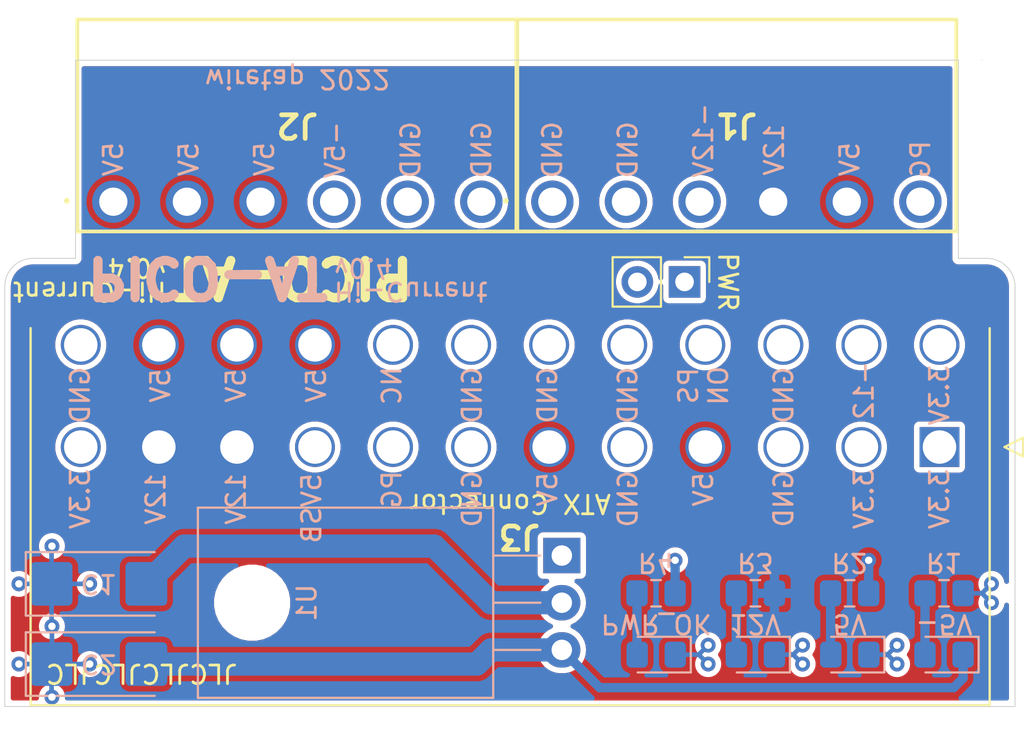
<source format=kicad_pcb>
(kicad_pcb (version 20171130) (host pcbnew "(5.1.6)-1")
  (layers (0 F.Cu signal) (1 In1.Cu signal) (2 In2.Cu signal) (31 B.Cu signal) (34 B.Paste user) (35 F.Paste user) (36 B.SilkS user) (37 F.SilkS user) (38 B.Mask user) (39 F.Mask user) (44 Edge.Cuts user))
  (net 0 "")
  (net 1 /-12V)
  (net 2 /GND)
  (net 3 /-5V)
  (net 4 "Net-(D1-Pad2)")
  (net 5 "Net-(D2-Pad2)")
  (net 6 "Net-(D3-Pad2)")
  (net 7 "Net-(D4-Pad2)")
  (net 8 /12V)
  (net 9 /5V)
  (net 10 /PG)
  (net 11 /3.3V)
  (net 12 /5VSB)
  (net 13 /PS-ON)
  (net 14 "Net-(J3-Pad20)")
  (module Capacitor_Tantalum_SMD:CP_EIA-6032-28_Kemet-C_Pad2.25x2.35mm_HandSolder (layer B.Cu) (at 126.736 115.062)
    (fp_text reference C1 (at -0.01 0 180 unlocked) (layer B.SilkS) (effects (justify mirror)))
    (fp_text value 2.2uF)
    (fp_line (start -3.935 -1.71) (end 3 -1.71) (layer B.SilkS) (width 0.12))
    (fp_line (start -3.935 1.71) (end -3.935 -1.71) (layer B.SilkS) (width 0.12))
    (fp_line (start 3 1.71) (end -3.935 1.71) (layer B.SilkS) (width 0.12))
    (pad 2 smd roundrect (at 2.55 0) (size 2.25 2.35) (layers B.Cu B.Paste B.Mask) (roundrect_rratio 0.111111) (net 1 /-12V))
    (pad 1 smd roundrect (at -2.55 0) (size 2.25 2.35) (layers B.Cu B.Paste B.Mask) (roundrect_rratio 0.111111) (net 2 /GND))
  )
  (module Capacitor_Tantalum_SMD:CP_EIA-6032-28_Kemet-C_Pad2.25x2.35mm_HandSolder (layer B.Cu) (at 126.736 119.38)
    (fp_text reference C2 (at 0 0 180 unlocked) (layer B.SilkS) (effects (justify mirror)))
    (fp_text value 1uF)
    (fp_line (start 3 1.71) (end -3.935 1.71) (layer B.SilkS) (width 0.12))
    (fp_line (start -3.935 1.71) (end -3.935 -1.71) (layer B.SilkS) (width 0.12))
    (fp_line (start -3.935 -1.71) (end 3 -1.71) (layer B.SilkS) (width 0.12))
    (pad 1 smd roundrect (at -2.55 0) (size 2.25 2.35) (layers B.Cu B.Paste B.Mask) (roundrect_rratio 0.111111) (net 2 /GND))
    (pad 2 smd roundrect (at 2.55 0) (size 2.25 2.35) (layers B.Cu B.Paste B.Mask) (roundrect_rratio 0.111111) (net 3 /-5V))
  )
  (module LED_SMD:LED_0805_2012Metric_Pad1.15x1.40mm_HandSolder (layer B.Cu) (at 172.203 118.872 180)
    (fp_text reference -5V (at 0 1.65 180 unlocked) (layer B.SilkS) (effects (justify mirror)))
    (fp_text value LED)
    (fp_line (start 1 0.96) (end -1.86 0.96) (layer B.SilkS) (width 0.12))
    (fp_line (start -1.86 0.96) (end -1.86 -0.96) (layer B.SilkS) (width 0.12))
    (fp_line (start -1.86 -0.96) (end 1 -0.96) (layer B.SilkS) (width 0.12))
    (pad 1 smd roundrect (at -1.025 0 180) (size 1.15 1.4) (layers B.Cu B.Paste B.Mask) (roundrect_rratio 0.217391) (net 3 /-5V))
    (pad 2 smd roundrect (at 1.025 0 180) (size 1.15 1.4) (layers B.Cu B.Paste B.Mask) (roundrect_rratio 0.217391) (net 4 "Net-(D1-Pad2)"))
  )
  (module LED_SMD:LED_0805_2012Metric_Pad1.15x1.40mm_HandSolder (layer B.Cu) (at 167.132 118.872 180)
    (fp_text reference 5V (at 0 1.65 180 unlocked) (layer B.SilkS) (effects (justify mirror)))
    (fp_text value LED)
    (fp_line (start -1.86 -0.96) (end 1 -0.96) (layer B.SilkS) (width 0.12))
    (fp_line (start -1.86 0.96) (end -1.86 -0.96) (layer B.SilkS) (width 0.12))
    (fp_line (start 1 0.96) (end -1.86 0.96) (layer B.SilkS) (width 0.12))
    (pad 2 smd roundrect (at 1.025 0 180) (size 1.15 1.4) (layers B.Cu B.Paste B.Mask) (roundrect_rratio 0.217391) (net 5 "Net-(D2-Pad2)"))
    (pad 1 smd roundrect (at -1.025 0 180) (size 1.15 1.4) (layers B.Cu B.Paste B.Mask) (roundrect_rratio 0.217391) (net 2 /GND))
  )
  (module LED_SMD:LED_0805_2012Metric_Pad1.15x1.40mm_HandSolder (layer B.Cu) (at 162.052 118.872 180)
    (fp_text reference 12V (at 0 1.65 180 unlocked) (layer B.SilkS) (effects (justify mirror)))
    (fp_text value LED)
    (fp_line (start 1 0.96) (end -1.86 0.96) (layer B.SilkS) (width 0.12))
    (fp_line (start -1.86 0.96) (end -1.86 -0.96) (layer B.SilkS) (width 0.12))
    (fp_line (start -1.86 -0.96) (end 1 -0.96) (layer B.SilkS) (width 0.12))
    (pad 1 smd roundrect (at -1.025 0 180) (size 1.15 1.4) (layers B.Cu B.Paste B.Mask) (roundrect_rratio 0.217391) (net 2 /GND))
    (pad 2 smd roundrect (at 1.025 0 180) (size 1.15 1.4) (layers B.Cu B.Paste B.Mask) (roundrect_rratio 0.217391) (net 6 "Net-(D3-Pad2)"))
  )
  (module LED_SMD:LED_0805_2012Metric_Pad1.15x1.40mm_HandSolder (layer B.Cu) (at 156.718 118.872 180)
    (fp_text reference PWR_OK (at 0 1.65 180 unlocked) (layer B.SilkS) (effects (justify mirror)))
    (fp_text value LED)
    (fp_line (start -1.86 -0.96) (end 1 -0.96) (layer B.SilkS) (width 0.12))
    (fp_line (start -1.86 0.96) (end -1.86 -0.96) (layer B.SilkS) (width 0.12))
    (fp_line (start 1 0.96) (end -1.86 0.96) (layer B.SilkS) (width 0.12))
    (pad 2 smd roundrect (at 1.025 0 180) (size 1.15 1.4) (layers B.Cu B.Paste B.Mask) (roundrect_rratio 0.217391) (net 7 "Net-(D4-Pad2)"))
    (pad 1 smd roundrect (at -1.025 0 180) (size 1.15 1.4) (layers B.Cu B.Paste B.Mask) (roundrect_rratio 0.217391) (net 2 /GND))
  )
  (module 09481064 (layer F.Cu) (at 151.13 94.488 180)
    (fp_text reference J1 (at -9.9 4.105 180 unlocked) (layer F.SilkS) (effects (font (size 1.27 1.27) (thickness 0.254))))
    (fp_text value 09-48-1064 hide)
    (fp_line (start -21.735 -1.6) (end 1.935 -1.6) (layer F.SilkS) (width 0.2))
    (fp_line (start 1.935 -1.6) (end 1.935 9.81) (layer F.SilkS) (width 0.2))
    (fp_line (start 1.935 9.81) (end -21.735 9.81) (layer F.SilkS) (width 0.2))
    (fp_line (start -21.735 9.81) (end -21.735 -1.6) (layer F.SilkS) (width 0.2))
    (fp_line (start 2.5 0) (end 2.5 0) (layer F.SilkS) (width 0.2))
    (fp_line (start 2.5 0.1) (end 2.5 0.1) (layer F.SilkS) (width 0.2))
    (fp_arc (start 2.5 0.05) (end 2.5 0) (angle -180) (layer F.SilkS) (width 0.2))
    (fp_arc (start 2.5 0.05) (end 2.5 0.1) (angle -180) (layer F.SilkS) (width 0.2))
    (pad 1 thru_hole circle (at 0 0 180) (size 2.28 2.28) (drill 1.52) (layers *.Cu *.Mask) (net 2 /GND))
    (pad 2 thru_hole circle (at -3.96 0 180) (size 2.28 2.28) (drill 1.52) (layers *.Cu *.Mask) (net 2 /GND))
    (pad 3 thru_hole circle (at -7.92 0 180) (size 2.28 2.28) (drill 1.52) (layers *.Cu *.Mask) (net 1 /-12V))
    (pad 4 thru_hole circle (at -11.88 0 180) (size 2.28 2.28) (drill 1.52) (layers *.Cu *.Mask) (net 8 /12V))
    (pad 5 thru_hole circle (at -15.84 0 180) (size 2.28 2.28) (drill 1.52) (layers *.Cu *.Mask) (net 9 /5V))
    (pad 6 thru_hole circle (at -19.8 0 180) (size 2.28 2.28) (drill 1.52) (layers *.Cu *.Mask) (net 10 /PG))
  )
  (module 09481064 (layer F.Cu) (at 127.508 94.488 180)
    (fp_text reference J2 (at -9.9 4.105 180 unlocked) (layer F.SilkS) (effects (font (size 1.27 1.27) (thickness 0.254))))
    (fp_text value 09-48-1064 hide)
    (fp_line (start 2.5 0.1) (end 2.5 0.1) (layer F.SilkS) (width 0.2))
    (fp_line (start 2.5 0) (end 2.5 0) (layer F.SilkS) (width 0.2))
    (fp_line (start -21.735 9.81) (end -21.735 -1.6) (layer F.SilkS) (width 0.2))
    (fp_line (start 1.935 9.81) (end -21.735 9.81) (layer F.SilkS) (width 0.2))
    (fp_line (start 1.935 -1.6) (end 1.935 9.81) (layer F.SilkS) (width 0.2))
    (fp_line (start -21.735 -1.6) (end 1.935 -1.6) (layer F.SilkS) (width 0.2))
    (fp_arc (start 2.5 0.05) (end 2.5 0.1) (angle -180) (layer F.SilkS) (width 0.2))
    (fp_arc (start 2.5 0.05) (end 2.5 0) (angle -180) (layer F.SilkS) (width 0.2))
    (pad 6 thru_hole circle (at -19.8 0 180) (size 2.28 2.28) (drill 1.52) (layers *.Cu *.Mask) (net 2 /GND))
    (pad 5 thru_hole circle (at -15.84 0 180) (size 2.28 2.28) (drill 1.52) (layers *.Cu *.Mask) (net 2 /GND))
    (pad 4 thru_hole circle (at -11.88 0 180) (size 2.28 2.28) (drill 1.52) (layers *.Cu *.Mask) (net 3 /-5V))
    (pad 3 thru_hole circle (at -7.92 0 180) (size 2.28 2.28) (drill 1.52) (layers *.Cu *.Mask) (net 9 /5V))
    (pad 2 thru_hole circle (at -3.96 0 180) (size 2.28 2.28) (drill 1.52) (layers *.Cu *.Mask) (net 9 /5V))
    (pad 1 thru_hole circle (at 0 0 180) (size 2.28 2.28) (drill 1.52) (layers *.Cu *.Mask) (net 9 /5V))
  )
  (module 87427-2402 (layer F.Cu) (at 171.958 107.696)
    (fp_text reference J3 (at -22.606 4.826 180 unlocked) (layer F.SilkS) (effects (font (size 1.27 1.27) (thickness 0.254))))
    (fp_text value 87427-2402 hide)
    (fp_line (start 2.7 -6.4) (end 2.7 13.9) (layer F.SilkS) (width 0.127))
    (fp_line (start 2.7 13.9) (end -48.9 13.9) (layer F.SilkS) (width 0.127))
    (fp_line (start -48.9 13.9) (end -48.9 -6.4) (layer F.SilkS) (width 0.127))
    (fp_line (start 4.5 -0.5) (end 4.5 0.5) (layer F.SilkS) (width 0.127))
    (fp_line (start 4.5 0.5) (end 3.5 0) (layer F.SilkS) (width 0.127))
    (fp_line (start 3.5 0) (end 4.5 -0.5) (layer F.SilkS) (width 0.127))
    (pad 1 thru_hole rect (at 0 0) (size 2.15 2.15) (drill 1.8) (layers *.Cu *.Mask) (net 11 /3.3V))
    (pad 2 thru_hole circle (at -4.2 0) (size 2.15 2.15) (drill 1.8) (layers *.Cu *.Mask) (net 11 /3.3V))
    (pad 3 thru_hole circle (at -8.4 0) (size 2.15 2.15) (drill 1.8) (layers *.Cu *.Mask) (net 2 /GND))
    (pad 4 thru_hole circle (at -12.6 0) (size 2.15 2.15) (drill 1.8) (layers *.Cu *.Mask) (net 9 /5V))
    (pad 5 thru_hole circle (at -16.8 0) (size 2.15 2.15) (drill 1.8) (layers *.Cu *.Mask) (net 2 /GND))
    (pad 6 thru_hole circle (at -21 0) (size 2.15 2.15) (drill 1.8) (layers *.Cu *.Mask) (net 9 /5V))
    (pad 7 thru_hole circle (at -25.2 0) (size 2.15 2.15) (drill 1.8) (layers *.Cu *.Mask) (net 2 /GND))
    (pad 8 thru_hole circle (at -29.4 0) (size 2.15 2.15) (drill 1.8) (layers *.Cu *.Mask) (net 10 /PG))
    (pad 9 thru_hole circle (at -33.6 0) (size 2.15 2.15) (drill 1.8) (layers *.Cu *.Mask) (net 12 /5VSB))
    (pad 10 thru_hole circle (at -37.8 0) (size 2.15 2.15) (drill 1.8) (layers *.Cu *.Mask) (net 8 /12V))
    (pad 11 thru_hole circle (at -42 0) (size 2.15 2.15) (drill 1.8) (layers *.Cu *.Mask) (net 8 /12V))
    (pad 12 thru_hole circle (at -46.2 0) (size 2.15 2.15) (drill 1.8) (layers *.Cu *.Mask) (net 11 /3.3V))
    (pad 13 thru_hole circle (at 0 -5.5) (size 2.15 2.15) (drill 1.8) (layers *.Cu *.Mask) (net 11 /3.3V))
    (pad 14 thru_hole circle (at -4.2 -5.5) (size 2.15 2.15) (drill 1.8) (layers *.Cu *.Mask) (net 1 /-12V))
    (pad 15 thru_hole circle (at -8.4 -5.5) (size 2.15 2.15) (drill 1.8) (layers *.Cu *.Mask) (net 2 /GND))
    (pad 16 thru_hole circle (at -12.6 -5.5) (size 2.15 2.15) (drill 1.8) (layers *.Cu *.Mask) (net 13 /PS-ON))
    (pad 17 thru_hole circle (at -16.8 -5.5) (size 2.15 2.15) (drill 1.8) (layers *.Cu *.Mask) (net 2 /GND))
    (pad 18 thru_hole circle (at -21 -5.5) (size 2.15 2.15) (drill 1.8) (layers *.Cu *.Mask) (net 2 /GND))
    (pad 19 thru_hole circle (at -25.2 -5.5) (size 2.15 2.15) (drill 1.8) (layers *.Cu *.Mask) (net 2 /GND))
    (pad 20 thru_hole circle (at -29.4 -5.5) (size 2.15 2.15) (drill 1.8) (layers *.Cu *.Mask) (net 14 "Net-(J3-Pad20)"))
    (pad 21 thru_hole circle (at -33.6 -5.5) (size 2.15 2.15) (drill 1.8) (layers *.Cu *.Mask) (net 9 /5V))
    (pad 22 thru_hole circle (at -37.8 -5.5) (size 2.15 2.15) (drill 1.8) (layers *.Cu *.Mask) (net 9 /5V))
    (pad 23 thru_hole circle (at -42 -5.5) (size 2.15 2.15) (drill 1.8) (layers *.Cu *.Mask) (net 9 /5V))
    (pad 24 thru_hole circle (at -46.2 -5.5) (size 2.15 2.15) (drill 1.8) (layers *.Cu *.Mask) (net 2 /GND))
  )
  (module Resistor_SMD:R_0805_2012Metric_Pad1.15x1.40mm_HandSolder (layer B.Cu) (at 172.203 115.57 180)
    (fp_text reference R1 (at 0 1.65 180 unlocked) (layer B.SilkS) (effects (justify mirror)))
    (fp_text value 330)
    (fp_line (start -0.261252 0.71) (end 0.261252 0.71) (layer B.SilkS) (width 0.12))
    (fp_line (start -0.261252 -0.71) (end 0.261252 -0.71) (layer B.SilkS) (width 0.12))
    (pad 1 smd roundrect (at -1.025 0 180) (size 1.15 1.4) (layers B.Cu B.Paste B.Mask) (roundrect_rratio 0.217391) (net 2 /GND))
    (pad 2 smd roundrect (at 1.025 0 180) (size 1.15 1.4) (layers B.Cu B.Paste B.Mask) (roundrect_rratio 0.217391) (net 4 "Net-(D1-Pad2)"))
  )
  (module Resistor_SMD:R_0805_2012Metric_Pad1.15x1.40mm_HandSolder (layer B.Cu) (at 167.123 115.57 180)
    (fp_text reference R2 (at 0 1.65 180 unlocked) (layer B.SilkS) (effects (justify mirror)))
    (fp_text value 330)
    (fp_line (start -0.261252 -0.71) (end 0.261252 -0.71) (layer B.SilkS) (width 0.12))
    (fp_line (start -0.261252 0.71) (end 0.261252 0.71) (layer B.SilkS) (width 0.12))
    (pad 2 smd roundrect (at 1.025 0 180) (size 1.15 1.4) (layers B.Cu B.Paste B.Mask) (roundrect_rratio 0.217391) (net 5 "Net-(D2-Pad2)"))
    (pad 1 smd roundrect (at -1.025 0 180) (size 1.15 1.4) (layers B.Cu B.Paste B.Mask) (roundrect_rratio 0.217391) (net 9 /5V))
  )
  (module Resistor_SMD:R_0805_2012Metric_Pad1.15x1.40mm_HandSolder (layer B.Cu) (at 162.052 115.57 180)
    (fp_text reference R3 (at 0 1.65 180 unlocked) (layer B.SilkS) (effects (justify mirror)))
    (fp_text value 1k)
    (fp_line (start -0.261252 0.71) (end 0.261252 0.71) (layer B.SilkS) (width 0.12))
    (fp_line (start -0.261252 -0.71) (end 0.261252 -0.71) (layer B.SilkS) (width 0.12))
    (pad 1 smd roundrect (at -1.025 0 180) (size 1.15 1.4) (layers B.Cu B.Paste B.Mask) (roundrect_rratio 0.217) (net 8 /12V) (thermal_gap 0.3))
    (pad 2 smd roundrect (at 1.025 0 180) (size 1.15 1.4) (layers B.Cu B.Paste B.Mask) (roundrect_rratio 0.217391) (net 6 "Net-(D3-Pad2)"))
  )
  (module Resistor_SMD:R_0805_2012Metric_Pad1.15x1.40mm_HandSolder (layer B.Cu) (at 156.709 115.57 180)
    (fp_text reference R4 (at 0 1.65 180 unlocked) (layer B.SilkS) (effects (justify mirror)))
    (fp_text value 330)
    (fp_line (start -0.261252 -0.71) (end 0.261252 -0.71) (layer B.SilkS) (width 0.12))
    (fp_line (start -0.261252 0.71) (end 0.261252 0.71) (layer B.SilkS) (width 0.12))
    (pad 2 smd roundrect (at 1.025 0 180) (size 1.15 1.4) (layers B.Cu B.Paste B.Mask) (roundrect_rratio 0.217391) (net 7 "Net-(D4-Pad2)"))
    (pad 1 smd roundrect (at -1.025 0 180) (size 1.15 1.4) (layers B.Cu B.Paste B.Mask) (roundrect_rratio 0.217391) (net 10 /PG))
  )
  (module Package_TO_SOT_THT:TO-220-3_Horizontal_TabDown (layer B.Cu) (at 151.638 113.538 270)
    (fp_text reference U1 (at 2.54 13.716 270) (layer B.SilkS) (effects (justify mirror)))
    (fp_text value L7905)
    (fp_line (start -2.58 3.69) (end 7.66 3.69) (layer B.SilkS) (width 0.12))
    (fp_line (start -2.58 19.58) (end 7.66 19.58) (layer B.SilkS) (width 0.12))
    (fp_line (start -2.58 19.58) (end -2.58 3.69) (layer B.SilkS) (width 0.12))
    (fp_line (start 7.66 19.58) (end 7.66 3.69) (layer B.SilkS) (width 0.12))
    (fp_line (start 0 3.69) (end 0 1.15) (layer B.SilkS) (width 0.12))
    (fp_line (start 2.54 3.69) (end 2.54 1.15) (layer B.SilkS) (width 0.12))
    (fp_line (start 5.08 3.69) (end 5.08 1.15) (layer B.SilkS) (width 0.12))
    (pad "" np_thru_hole oval (at 2.54 16.66 270) (size 3.5 3.5) (drill 3.5) (layers *.Cu *.Mask))
    (pad 1 thru_hole rect (at 0 0 270) (size 1.905 2) (drill 1.1) (layers *.Cu *.Mask) (net 2 /GND))
    (pad 2 thru_hole oval (at 2.54 0 270) (size 1.905 2) (drill 1.1) (layers *.Cu *.Mask) (net 1 /-12V))
    (pad 3 thru_hole oval (at 5.08 0 270) (size 1.905 2) (drill 1.1) (layers *.Cu *.Mask) (net 3 /-5V))
  )
  (module Connector_PinHeader_2.54mm:PinHeader_1x02_P2.54mm_Vertical (layer F.Cu) (at 158.242 98.806 270)
    (fp_text reference PWR (at 0 -2.33 270 unlocked) (layer F.SilkS))
    (fp_text value PWR_SW)
    (fp_line (start -1.33 3.87) (end 1.33 3.87) (layer F.SilkS) (width 0.12))
    (fp_line (start -1.33 1.27) (end -1.33 3.87) (layer F.SilkS) (width 0.12))
    (fp_line (start 1.33 1.27) (end 1.33 3.87) (layer F.SilkS) (width 0.12))
    (fp_line (start -1.33 1.27) (end 1.33 1.27) (layer F.SilkS) (width 0.12))
    (fp_line (start -1.33 0) (end -1.33 -1.33) (layer F.SilkS) (width 0.12))
    (fp_line (start -1.33 -1.33) (end 0 -1.33) (layer F.SilkS) (width 0.12))
    (pad 1 thru_hole rect (at 0 0 270) (size 1.7 1.7) (drill 1) (layers *.Cu *.Mask) (net 13 /PS-ON))
    (pad 2 thru_hole oval (at 0 2.54 270) (size 1.7 1.7) (drill 1) (layers *.Cu *.Mask) (net 2 /GND))
  )
  (gr_text Hi-Current (at 143.51 99.314 180) (layer B.SilkS) (effects (font (size 1 1)) (justify mirror)))
  (gr_text Hi-Current (at 126.238 99.314 180) (layer F.SilkS) (effects (font (size 1 1))))
  (gr_text v0.4 (at 128.778 98.044 180) (layer F.SilkS) (effects (font (size 1 1))))
  (gr_arc (start 123.19 99.06) (end 123.19 97.536) (angle -90) (layer Edge.Cuts) (width 0.05))
  (gr_arc (start 174.498 99.06) (end 176.022 99.06) (angle -90) (layer Edge.Cuts) (width 0.05))
  (gr_line (start 125.476 97.536) (end 123.19 97.536) (layer Edge.Cuts) (width 0.05))
  (gr_line (start 125.476 97.536) (end 125.476 86.868) (layer Edge.Cuts) (width 0.05))
  (gr_line (start 172.974 97.536) (end 172.974 86.868) (layer Edge.Cuts) (width 0.05))
  (gr_line (start 174.498 97.536) (end 172.974 97.536) (layer Edge.Cuts) (width 0.05))
  (gr_text PG (at 170.942 92.202 90) (layer B.SilkS) (effects (font (size 1 1)) (justify mirror)))
  (gr_text 5V (at 167.132 92.202 90) (layer B.SilkS) (effects (font (size 1 1)) (justify mirror)))
  (gr_text 12V (at 163.068 91.694 90) (layer B.SilkS) (effects (font (size 1 1)) (justify mirror)))
  (gr_text -12V (at 159.258 91.186 90) (layer B.SilkS) (effects (font (size 1 1)) (justify mirror)))
  (gr_text GND (at 155.194 91.694 90) (layer B.SilkS) (effects (font (size 1 1)) (justify mirror)))
  (gr_text GND (at 151.13 91.694 90) (layer B.SilkS) (effects (font (size 1 1)) (justify mirror)))
  (gr_text GND (at 147.32 91.694 90) (layer B.SilkS) (effects (font (size 1 1)) (justify mirror)))
  (gr_text GND (at 143.51 91.694 90) (layer B.SilkS) (effects (font (size 1 1)) (justify mirror)))
  (gr_text -5V (at 139.446 91.694 90) (layer B.SilkS) (effects (font (size 1 1)) (justify mirror)))
  (gr_text 5V (at 135.636 92.202 90) (layer B.SilkS) (effects (font (size 1 1)) (justify mirror)))
  (gr_text 5V (at 131.572 92.202 90) (layer B.SilkS) (effects (font (size 1 1)) (justify mirror)))
  (gr_text 5V (at 127.508 92.202 90) (layer B.SilkS) (effects (font (size 1 1)) (justify mirror)))
  (gr_text 3.3V (at 171.958 110.49 90) (layer B.SilkS) (effects (font (size 1 1)) (justify mirror)))
  (gr_text 3.3V (at 171.958 104.902 90) (layer B.SilkS) (effects (font (size 1 1)) (justify mirror)))
  (gr_text 3.3V (at 167.894 110.49 90) (layer B.SilkS) (effects (font (size 1 1)) (justify mirror)))
  (gr_text -12 (at 167.894 104.648 90) (layer B.SilkS) (effects (font (size 1 1)) (justify mirror)))
  (gr_text GND (at 163.576 110.49 90) (layer B.SilkS) (effects (font (size 1 1)) (justify mirror)))
  (gr_text GND (at 163.576 104.902 90) (layer B.SilkS) (effects (font (size 1 1)) (justify mirror)))
  (gr_text 5V (at 159.258 109.982 90) (layer B.SilkS) (effects (font (size 1 1)) (justify mirror)))
  (gr_text "PS\nON" (at 159.258 104.394 90) (layer B.SilkS) (effects (font (size 1 1)) (justify mirror)))
  (gr_text GND (at 155.194 110.49 90) (layer B.SilkS) (effects (font (size 1 1)) (justify mirror)))
  (gr_text GND (at 155.194 104.902 90) (layer B.SilkS) (effects (font (size 1 1)) (justify mirror)))
  (gr_text 5V (at 150.876 109.982 90) (layer B.SilkS) (effects (font (size 1 1)) (justify mirror)))
  (gr_text GND (at 150.876 104.902 90) (layer B.SilkS) (effects (font (size 1 1)) (justify mirror)))
  (gr_text GND (at 146.812 110.49 90) (layer B.SilkS) (effects (font (size 1 1)) (justify mirror)))
  (gr_text GND (at 146.812 104.902 90) (layer B.SilkS) (effects (font (size 1 1)) (justify mirror)))
  (gr_text PG (at 142.494 109.982 90) (layer B.SilkS) (effects (font (size 1 1)) (justify mirror)))
  (gr_text NC (at 142.494 104.394 90) (layer B.SilkS) (effects (font (size 1 1)) (justify mirror)))
  (gr_text 5VSB (at 138.176 110.998 90) (layer B.SilkS) (effects (font (size 1 1)) (justify mirror)))
  (gr_text 5V (at 138.43 104.394 90) (layer B.SilkS) (effects (font (size 1 1)) (justify mirror)))
  (gr_text 12V (at 134.112 110.49 90) (layer B.SilkS) (effects (font (size 1 1)) (justify mirror)))
  (gr_text 5V (at 134.112 104.394 90) (layer B.SilkS) (effects (font (size 1 1)) (justify mirror)))
  (gr_text 12V (at 129.794 110.49 90) (layer B.SilkS) (effects (font (size 1 1)) (justify mirror)))
  (gr_text 5V (at 130.048 104.394 90) (layer B.SilkS) (effects (font (size 1 1)) (justify mirror)))
  (gr_text 3.3V (at 125.73 110.49 90) (layer B.SilkS) (effects (font (size 1 1)) (justify mirror)))
  (gr_text GND (at 125.73 104.902 90) (layer B.SilkS) (effects (font (size 1 1)) (justify mirror)))
  (gr_text PICO-AT (at 137.16 98.552 180) (layer F.SilkS) (effects (font (size 2 2) (thickness 0.5))))
  (gr_text "wiretap 2022" (at 137.414 87.884 180) (layer B.SilkS) (effects (font (size 1 1)) (justify mirror)))
  (gr_text v0.4 (at 140.97 98.044 180) (layer B.SilkS) (effects (font (size 1 1)) (justify mirror)))
  (gr_text JLCJLCJLCJLC (at 129.032 119.888 180) (layer F.SilkS) (effects (font (size 1 1))))
  (gr_text "ATX Connector" (at 148.844 110.744 180) (layer F.SilkS) (effects (font (size 1 1))))
  (gr_text PICO-AT (at 132.588 98.552 180) (layer B.SilkS) (effects (font (size 2 2) (thickness 0.5)) (justify mirror)))
  (gr_line (start 121.666 121.666) (end 121.666 99.06) (layer Edge.Cuts) (width 0.05))
  (gr_line (start 174.244 86.868) (end 174.244 86.868) (layer Edge.Cuts) (width 0.05))
  (gr_line (start 176.022 121.666) (end 176.022 99.06) (layer Edge.Cuts) (width 0.05))
  (gr_line (start 121.666 121.666) (end 176.022 121.666) (layer Edge.Cuts) (width 0.05))
  (gr_line (start 125.476 86.868) (end 172.974 86.868) (layer Edge.Cuts) (width 0.05))
  (segment (start 129.286 115.062) (end 131.318 113.03) (width 1.25) (layer B.Cu) (net 1))
  (segment (start 131.318 113.03) (end 144.78 113.03) (width 1.25) (layer B.Cu) (net 1))
  (segment (start 147.828 116.078) (end 151.638 116.078) (width 1.25) (layer B.Cu) (net 1))
  (segment (start 144.78 113.03) (end 147.828 116.078) (width 1.25) (layer B.Cu) (net 1))
  (via (at 169.672 118.364) (size 0.8) (drill 0.4) (layers F.Cu B.Cu) (net 2))
  (via (at 169.672 119.38) (size 0.8) (drill 0.4) (layers F.Cu B.Cu) (net 2))
  (via (at 159.512 118.364) (size 0.8) (drill 0.4) (layers F.Cu B.Cu) (net 2))
  (via (at 159.512 119.38) (size 0.8) (drill 0.4) (layers F.Cu B.Cu) (net 2))
  (via (at 164.592 118.364) (size 0.8) (drill 0.4) (layers F.Cu B.Cu) (net 2))
  (via (at 164.592 119.38) (size 0.8) (drill 0.4) (layers F.Cu B.Cu) (net 2))
  (via (at 174.752 115.062) (size 0.8) (drill 0.4) (layers F.Cu B.Cu) (net 2))
  (via (at 174.752 116.078) (size 0.8) (drill 0.4) (layers F.Cu B.Cu) (net 2))
  (segment (start 159.004 118.872) (end 159.512 118.364) (width 0.25) (layer B.Cu) (net 2))
  (segment (start 159.004 118.872) (end 159.512 119.38) (width 0.25) (layer B.Cu) (net 2))
  (segment (start 157.743 118.872) (end 159.004 118.872) (width 0.25) (layer B.Cu) (net 2))
  (segment (start 164.084 118.872) (end 164.592 118.364) (width 0.25) (layer B.Cu) (net 2))
  (segment (start 164.084 118.872) (end 164.592 119.38) (width 0.25) (layer B.Cu) (net 2))
  (segment (start 163.077 118.872) (end 164.084 118.872) (width 0.25) (layer B.Cu) (net 2))
  (segment (start 169.164 118.872) (end 169.672 118.364) (width 0.25) (layer B.Cu) (net 2))
  (segment (start 169.164 118.872) (end 169.672 119.38) (width 0.25) (layer B.Cu) (net 2))
  (segment (start 168.157 118.872) (end 169.164 118.872) (width 0.25) (layer B.Cu) (net 2))
  (segment (start 174.244 115.57) (end 174.752 115.062) (width 0.25) (layer B.Cu) (net 2))
  (segment (start 174.244 115.57) (end 174.752 116.078) (width 0.25) (layer B.Cu) (net 2))
  (segment (start 173.228 115.57) (end 174.244 115.57) (width 0.25) (layer B.Cu) (net 2))
  (via (at 124.206 113.03) (size 0.8) (drill 0.4) (layers F.Cu B.Cu) (net 2))
  (via (at 126.238 115.062) (size 0.8) (drill 0.4) (layers F.Cu B.Cu) (net 2))
  (via (at 124.206 117.348) (size 0.8) (drill 0.4) (layers F.Cu B.Cu) (net 2))
  (via (at 126.238 119.38) (size 0.8) (drill 0.4) (layers F.Cu B.Cu) (net 2))
  (via (at 122.428 115.062) (size 0.8) (drill 0.4) (layers F.Cu B.Cu) (net 2))
  (via (at 122.428 119.38) (size 0.8) (drill 0.4) (layers F.Cu B.Cu) (net 2))
  (via (at 124.206 121.158) (size 0.8) (drill 0.4) (layers F.Cu B.Cu) (net 2))
  (segment (start 124.186 115.062) (end 126.238 115.062) (width 0.25) (layer B.Cu) (net 2))
  (segment (start 124.186 113.05) (end 124.206 113.03) (width 0.25) (layer B.Cu) (net 2))
  (segment (start 124.186 115.062) (end 124.186 113.05) (width 0.25) (layer B.Cu) (net 2))
  (segment (start 124.186 115.062) (end 122.428 115.062) (width 0.25) (layer B.Cu) (net 2))
  (segment (start 124.186 117.328) (end 124.206 117.348) (width 0.25) (layer B.Cu) (net 2))
  (segment (start 124.186 115.062) (end 124.186 117.328) (width 0.25) (layer B.Cu) (net 2))
  (segment (start 124.206 119.36) (end 124.186 119.38) (width 0.25) (layer B.Cu) (net 2))
  (segment (start 124.206 117.348) (end 124.206 119.36) (width 0.25) (layer B.Cu) (net 2))
  (segment (start 124.186 119.38) (end 126.238 119.38) (width 0.25) (layer B.Cu) (net 2))
  (segment (start 124.186 121.138) (end 124.206 121.158) (width 0.25) (layer B.Cu) (net 2))
  (segment (start 124.186 119.38) (end 124.186 121.138) (width 0.25) (layer B.Cu) (net 2))
  (segment (start 124.186 119.38) (end 122.428 119.38) (width 0.25) (layer B.Cu) (net 2))
  (segment (start 129.286 119.38) (end 147.066 119.38) (width 1.25) (layer B.Cu) (net 3))
  (segment (start 147.828 118.618) (end 151.638 118.618) (width 1.25) (layer B.Cu) (net 3))
  (segment (start 147.066 119.38) (end 147.828 118.618) (width 1.25) (layer B.Cu) (net 3))
  (segment (start 151.638 118.618) (end 153.67 120.65) (width 0.5) (layer B.Cu) (net 3))
  (segment (start 153.67 120.65) (end 172.72 120.65) (width 0.5) (layer B.Cu) (net 3))
  (segment (start 173.228 120.142) (end 173.228 118.872) (width 0.5) (layer B.Cu) (net 3))
  (segment (start 172.72 120.65) (end 173.228 120.142) (width 0.5) (layer B.Cu) (net 3))
  (segment (start 171.178 115.57) (end 171.178 118.872) (width 0.5) (layer B.Cu) (net 4))
  (segment (start 166.098 118.863) (end 166.107 118.872) (width 0.5) (layer B.Cu) (net 5))
  (segment (start 166.098 115.57) (end 166.098 118.863) (width 0.5) (layer B.Cu) (net 5))
  (segment (start 161.027 115.57) (end 161.027 118.872) (width 0.5) (layer B.Cu) (net 6))
  (segment (start 155.684 118.863) (end 155.693 118.872) (width 0.5) (layer B.Cu) (net 7))
  (segment (start 155.684 115.57) (end 155.684 118.863) (width 0.5) (layer B.Cu) (net 7))
  (segment (start 163.068 115.561) (end 163.077 115.57) (width 0.5) (layer B.Cu) (net 8))
  (via (at 168.148 113.792) (size 0.8) (drill 0.4) (layers F.Cu B.Cu) (net 9))
  (segment (start 168.148 115.57) (end 168.148 113.792) (width 0.5) (layer B.Cu) (net 9))
  (via (at 157.734 113.792) (size 0.8) (drill 0.4) (layers F.Cu B.Cu) (net 10))
  (segment (start 157.734 115.57) (end 157.734 113.792) (width 0.5) (layer B.Cu) (net 10))
  (zone (net 8) (net_name /12V) (layer B.Cu) (connect_pads yes (clearance 0.3)) (min_thickness 0.254) (fill yes (arc_segments 32) (thermal_gap 0.508) (thermal_bridge_width 0.508))
    (polygon (pts (xy 176.276 121.92) (xy 121.412 121.92) (xy 121.412 86.614) (xy 176.276 86.614)))
  )
  (zone (net 9) (net_name /5V) (layer F.Cu) (connect_pads yes (clearance 0.3)) (min_thickness 0.254) (fill yes (arc_segments 32) (thermal_gap 0.508) (thermal_bridge_width 0.508))
    (polygon (pts (xy 176.276 121.92) (xy 121.412 121.92) (xy 121.412 86.614) (xy 176.276 86.614)))
  )
)
</source>
